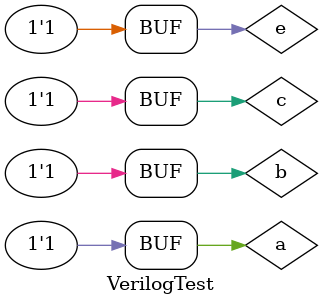
<source format=v>
`timescale 1ns / 1ps

module VerilogTest;

	// Inputs
	reg e;
	reg a;
	reg b;
	reg c;

	// Outputs
	wire d0;
	wire d1;
	wire d2;
	wire d3;
	wire d4;
	wire d5;
	wire d6;
	wire d7;

	// Instantiate the Unit Under Test (UUT)
	VerilogModule uut (
		.e(e), 
		.a(a), 
		.b(b), 
		.c(c), 
		.d0(d0), 
		.d1(d1), 
		.d2(d2), 
		.d3(d3), 
		.d4(d4), 
		.d5(d5), 
		.d6(d6), 
		.d7(d7)
	);

	initial begin
e = 1;
a = 0;
b = 0;
c = 0;
#100; // Wait for 100 ns
$display("TC11 ");
if ( d0 != 1'b1 ) $display ("Result is wrong");
a = 0;
b = 0;
c = 1;
#100;
$display("TC12 ");
if ( d1 != 1'b1 ) $display ("Result is wrong");
a = 0;
b = 1;
c = 0;
#100;
$display("TC13 ");
if ( d2 != 1'b1 ) $display ("Result is wrong");
a = 0;
b = 1;
c = 1;
#100;
$display("TC14 ");
if ( d3 != 1'b1 ) $display ("Result is wrong");
a = 1;
b = 0;
c = 0;
#100;
$display("TC15 ");
if ( d4 != 1'b1 ) $display ("Result is wrong");
a = 1;
b = 0;
c = 1;
#100; 
$display("TC16 ");
if ( d5 != 1'b1 ) $display ("Result is wrong");
a = 1;
b = 1;
c = 0;
#100;
$display("TC17 ");
if ( d6 != 1'b1 ) $display ("Result is wrong");
a = 1;
b = 1;
c = 1;
#100;
$display("TC18 ");
if ( d7 != 1'b1 ) $display ("Result is wrong");
 // Your test cases *******************
end
      
endmodule


</source>
